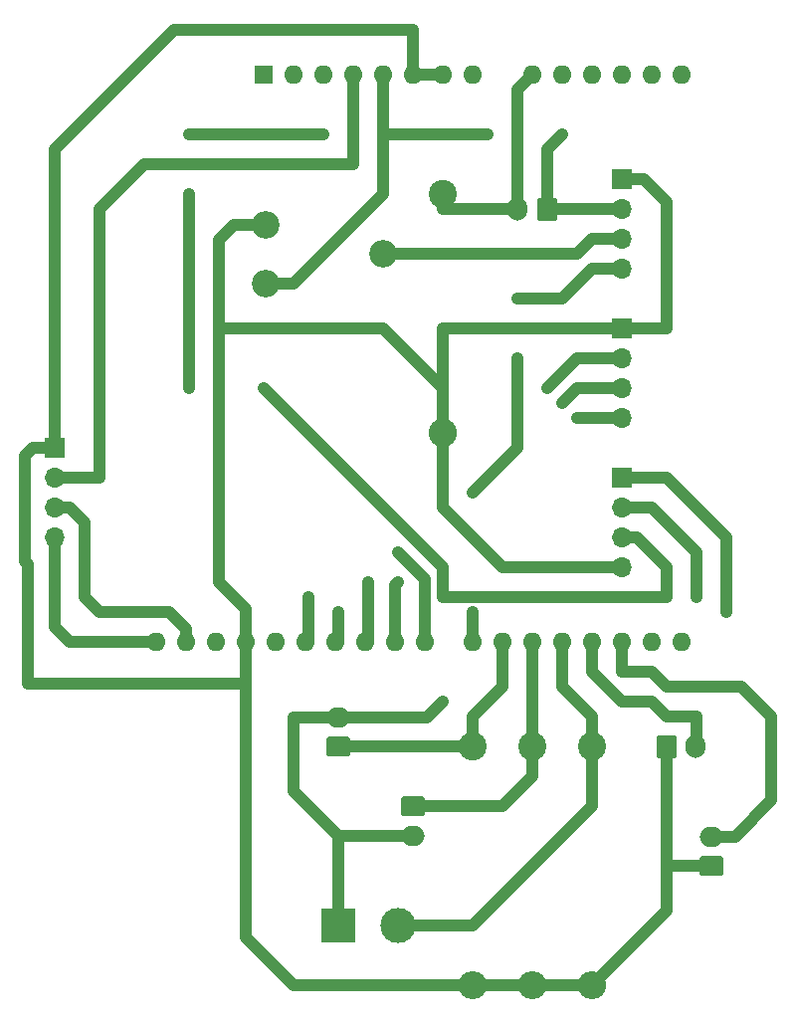
<source format=gbr>
G04 #@! TF.GenerationSoftware,KiCad,Pcbnew,(5.1.5)-3*
G04 #@! TF.CreationDate,2020-04-30T22:30:26+02:00*
G04 #@! TF.ProjectId,heating,68656174-696e-4672-9e6b-696361645f70,rev?*
G04 #@! TF.SameCoordinates,Original*
G04 #@! TF.FileFunction,Copper,L1,Top*
G04 #@! TF.FilePolarity,Positive*
%FSLAX46Y46*%
G04 Gerber Fmt 4.6, Leading zero omitted, Abs format (unit mm)*
G04 Created by KiCad (PCBNEW (5.1.5)-3) date 2020-04-30 22:30:26*
%MOMM*%
%LPD*%
G04 APERTURE LIST*
%ADD10O,1.600000X1.600000*%
%ADD11R,1.600000X1.600000*%
%ADD12O,2.000000X1.700000*%
%ADD13C,0.100000*%
%ADD14C,2.340000*%
%ADD15O,2.400000X2.400000*%
%ADD16C,2.400000*%
%ADD17O,1.700000X1.700000*%
%ADD18R,1.700000X1.700000*%
%ADD19O,1.700000X2.000000*%
%ADD20C,3.000000*%
%ADD21R,3.000000X3.000000*%
%ADD22C,0.800000*%
%ADD23C,1.000000*%
G04 APERTURE END LIST*
D10*
X172720000Y-101600000D03*
X175260000Y-101600000D03*
X135640000Y-101600000D03*
X175260000Y-53340000D03*
X138180000Y-101600000D03*
X172720000Y-53340000D03*
X140720000Y-101600000D03*
X170180000Y-53340000D03*
X143260000Y-101600000D03*
X167640000Y-53340000D03*
X145800000Y-101600000D03*
X165100000Y-53340000D03*
X148340000Y-101600000D03*
X162560000Y-53340000D03*
X150880000Y-101600000D03*
X157480000Y-53340000D03*
X153420000Y-101600000D03*
X154940000Y-53340000D03*
X157480000Y-101600000D03*
X152400000Y-53340000D03*
X160020000Y-101600000D03*
X149860000Y-53340000D03*
X162560000Y-101600000D03*
X147320000Y-53340000D03*
X165100000Y-101600000D03*
X144780000Y-53340000D03*
X167640000Y-101600000D03*
X142240000Y-53340000D03*
X170180000Y-101600000D03*
D11*
X139700000Y-53340000D03*
D10*
X133100000Y-101600000D03*
X130560000Y-101600000D03*
D12*
X152400000Y-118070000D03*
G04 #@! TA.AperFunction,ComponentPad*
D13*
G36*
X153174504Y-114721204D02*
G01*
X153198773Y-114724804D01*
X153222571Y-114730765D01*
X153245671Y-114739030D01*
X153267849Y-114749520D01*
X153288893Y-114762133D01*
X153308598Y-114776747D01*
X153326777Y-114793223D01*
X153343253Y-114811402D01*
X153357867Y-114831107D01*
X153370480Y-114852151D01*
X153380970Y-114874329D01*
X153389235Y-114897429D01*
X153395196Y-114921227D01*
X153398796Y-114945496D01*
X153400000Y-114970000D01*
X153400000Y-116170000D01*
X153398796Y-116194504D01*
X153395196Y-116218773D01*
X153389235Y-116242571D01*
X153380970Y-116265671D01*
X153370480Y-116287849D01*
X153357867Y-116308893D01*
X153343253Y-116328598D01*
X153326777Y-116346777D01*
X153308598Y-116363253D01*
X153288893Y-116377867D01*
X153267849Y-116390480D01*
X153245671Y-116400970D01*
X153222571Y-116409235D01*
X153198773Y-116415196D01*
X153174504Y-116418796D01*
X153150000Y-116420000D01*
X151650000Y-116420000D01*
X151625496Y-116418796D01*
X151601227Y-116415196D01*
X151577429Y-116409235D01*
X151554329Y-116400970D01*
X151532151Y-116390480D01*
X151511107Y-116377867D01*
X151491402Y-116363253D01*
X151473223Y-116346777D01*
X151456747Y-116328598D01*
X151442133Y-116308893D01*
X151429520Y-116287849D01*
X151419030Y-116265671D01*
X151410765Y-116242571D01*
X151404804Y-116218773D01*
X151401204Y-116194504D01*
X151400000Y-116170000D01*
X151400000Y-114970000D01*
X151401204Y-114945496D01*
X151404804Y-114921227D01*
X151410765Y-114897429D01*
X151419030Y-114874329D01*
X151429520Y-114852151D01*
X151442133Y-114831107D01*
X151456747Y-114811402D01*
X151473223Y-114793223D01*
X151491402Y-114776747D01*
X151511107Y-114762133D01*
X151532151Y-114749520D01*
X151554329Y-114739030D01*
X151577429Y-114730765D01*
X151601227Y-114724804D01*
X151625496Y-114721204D01*
X151650000Y-114720000D01*
X153150000Y-114720000D01*
X153174504Y-114721204D01*
G37*
G04 #@! TD.AperFunction*
D14*
X139860000Y-71080000D03*
X149860000Y-68580000D03*
X139860000Y-66080000D03*
D15*
X157480000Y-130810000D03*
D16*
X157480000Y-110490000D03*
D15*
X162560000Y-130810000D03*
D16*
X162560000Y-110490000D03*
D15*
X167640000Y-130810000D03*
D16*
X167640000Y-110490000D03*
D15*
X154940000Y-83820000D03*
D16*
X154940000Y-63500000D03*
D17*
X170180000Y-95250000D03*
X170180000Y-92710000D03*
X170180000Y-90170000D03*
D18*
X170180000Y-87630000D03*
D17*
X121920000Y-92710000D03*
X121920000Y-90170000D03*
X121920000Y-87630000D03*
D18*
X121920000Y-85090000D03*
D12*
X146050000Y-107990000D03*
G04 #@! TA.AperFunction,ComponentPad*
D13*
G36*
X146824504Y-109641204D02*
G01*
X146848773Y-109644804D01*
X146872571Y-109650765D01*
X146895671Y-109659030D01*
X146917849Y-109669520D01*
X146938893Y-109682133D01*
X146958598Y-109696747D01*
X146976777Y-109713223D01*
X146993253Y-109731402D01*
X147007867Y-109751107D01*
X147020480Y-109772151D01*
X147030970Y-109794329D01*
X147039235Y-109817429D01*
X147045196Y-109841227D01*
X147048796Y-109865496D01*
X147050000Y-109890000D01*
X147050000Y-111090000D01*
X147048796Y-111114504D01*
X147045196Y-111138773D01*
X147039235Y-111162571D01*
X147030970Y-111185671D01*
X147020480Y-111207849D01*
X147007867Y-111228893D01*
X146993253Y-111248598D01*
X146976777Y-111266777D01*
X146958598Y-111283253D01*
X146938893Y-111297867D01*
X146917849Y-111310480D01*
X146895671Y-111320970D01*
X146872571Y-111329235D01*
X146848773Y-111335196D01*
X146824504Y-111338796D01*
X146800000Y-111340000D01*
X145300000Y-111340000D01*
X145275496Y-111338796D01*
X145251227Y-111335196D01*
X145227429Y-111329235D01*
X145204329Y-111320970D01*
X145182151Y-111310480D01*
X145161107Y-111297867D01*
X145141402Y-111283253D01*
X145123223Y-111266777D01*
X145106747Y-111248598D01*
X145092133Y-111228893D01*
X145079520Y-111207849D01*
X145069030Y-111185671D01*
X145060765Y-111162571D01*
X145054804Y-111138773D01*
X145051204Y-111114504D01*
X145050000Y-111090000D01*
X145050000Y-109890000D01*
X145051204Y-109865496D01*
X145054804Y-109841227D01*
X145060765Y-109817429D01*
X145069030Y-109794329D01*
X145079520Y-109772151D01*
X145092133Y-109751107D01*
X145106747Y-109731402D01*
X145123223Y-109713223D01*
X145141402Y-109696747D01*
X145161107Y-109682133D01*
X145182151Y-109669520D01*
X145204329Y-109659030D01*
X145227429Y-109650765D01*
X145251227Y-109644804D01*
X145275496Y-109641204D01*
X145300000Y-109640000D01*
X146800000Y-109640000D01*
X146824504Y-109641204D01*
G37*
G04 #@! TD.AperFunction*
D19*
X176490000Y-110490000D03*
G04 #@! TA.AperFunction,ComponentPad*
D13*
G36*
X174614504Y-109491204D02*
G01*
X174638773Y-109494804D01*
X174662571Y-109500765D01*
X174685671Y-109509030D01*
X174707849Y-109519520D01*
X174728893Y-109532133D01*
X174748598Y-109546747D01*
X174766777Y-109563223D01*
X174783253Y-109581402D01*
X174797867Y-109601107D01*
X174810480Y-109622151D01*
X174820970Y-109644329D01*
X174829235Y-109667429D01*
X174835196Y-109691227D01*
X174838796Y-109715496D01*
X174840000Y-109740000D01*
X174840000Y-111240000D01*
X174838796Y-111264504D01*
X174835196Y-111288773D01*
X174829235Y-111312571D01*
X174820970Y-111335671D01*
X174810480Y-111357849D01*
X174797867Y-111378893D01*
X174783253Y-111398598D01*
X174766777Y-111416777D01*
X174748598Y-111433253D01*
X174728893Y-111447867D01*
X174707849Y-111460480D01*
X174685671Y-111470970D01*
X174662571Y-111479235D01*
X174638773Y-111485196D01*
X174614504Y-111488796D01*
X174590000Y-111490000D01*
X173390000Y-111490000D01*
X173365496Y-111488796D01*
X173341227Y-111485196D01*
X173317429Y-111479235D01*
X173294329Y-111470970D01*
X173272151Y-111460480D01*
X173251107Y-111447867D01*
X173231402Y-111433253D01*
X173213223Y-111416777D01*
X173196747Y-111398598D01*
X173182133Y-111378893D01*
X173169520Y-111357849D01*
X173159030Y-111335671D01*
X173150765Y-111312571D01*
X173144804Y-111288773D01*
X173141204Y-111264504D01*
X173140000Y-111240000D01*
X173140000Y-109740000D01*
X173141204Y-109715496D01*
X173144804Y-109691227D01*
X173150765Y-109667429D01*
X173159030Y-109644329D01*
X173169520Y-109622151D01*
X173182133Y-109601107D01*
X173196747Y-109581402D01*
X173213223Y-109563223D01*
X173231402Y-109546747D01*
X173251107Y-109532133D01*
X173272151Y-109519520D01*
X173294329Y-109509030D01*
X173317429Y-109500765D01*
X173341227Y-109494804D01*
X173365496Y-109491204D01*
X173390000Y-109490000D01*
X174590000Y-109490000D01*
X174614504Y-109491204D01*
G37*
G04 #@! TD.AperFunction*
D12*
X177800000Y-118150000D03*
G04 #@! TA.AperFunction,ComponentPad*
D13*
G36*
X178574504Y-119801204D02*
G01*
X178598773Y-119804804D01*
X178622571Y-119810765D01*
X178645671Y-119819030D01*
X178667849Y-119829520D01*
X178688893Y-119842133D01*
X178708598Y-119856747D01*
X178726777Y-119873223D01*
X178743253Y-119891402D01*
X178757867Y-119911107D01*
X178770480Y-119932151D01*
X178780970Y-119954329D01*
X178789235Y-119977429D01*
X178795196Y-120001227D01*
X178798796Y-120025496D01*
X178800000Y-120050000D01*
X178800000Y-121250000D01*
X178798796Y-121274504D01*
X178795196Y-121298773D01*
X178789235Y-121322571D01*
X178780970Y-121345671D01*
X178770480Y-121367849D01*
X178757867Y-121388893D01*
X178743253Y-121408598D01*
X178726777Y-121426777D01*
X178708598Y-121443253D01*
X178688893Y-121457867D01*
X178667849Y-121470480D01*
X178645671Y-121480970D01*
X178622571Y-121489235D01*
X178598773Y-121495196D01*
X178574504Y-121498796D01*
X178550000Y-121500000D01*
X177050000Y-121500000D01*
X177025496Y-121498796D01*
X177001227Y-121495196D01*
X176977429Y-121489235D01*
X176954329Y-121480970D01*
X176932151Y-121470480D01*
X176911107Y-121457867D01*
X176891402Y-121443253D01*
X176873223Y-121426777D01*
X176856747Y-121408598D01*
X176842133Y-121388893D01*
X176829520Y-121367849D01*
X176819030Y-121345671D01*
X176810765Y-121322571D01*
X176804804Y-121298773D01*
X176801204Y-121274504D01*
X176800000Y-121250000D01*
X176800000Y-120050000D01*
X176801204Y-120025496D01*
X176804804Y-120001227D01*
X176810765Y-119977429D01*
X176819030Y-119954329D01*
X176829520Y-119932151D01*
X176842133Y-119911107D01*
X176856747Y-119891402D01*
X176873223Y-119873223D01*
X176891402Y-119856747D01*
X176911107Y-119842133D01*
X176932151Y-119829520D01*
X176954329Y-119819030D01*
X176977429Y-119810765D01*
X177001227Y-119804804D01*
X177025496Y-119801204D01*
X177050000Y-119800000D01*
X178550000Y-119800000D01*
X178574504Y-119801204D01*
G37*
G04 #@! TD.AperFunction*
D20*
X151130000Y-125730000D03*
D21*
X146050000Y-125730000D03*
D17*
X170180000Y-82550000D03*
X170180000Y-80010000D03*
X170180000Y-77470000D03*
D18*
X170180000Y-74930000D03*
D17*
X170180000Y-69850000D03*
X170180000Y-67310000D03*
X170180000Y-64770000D03*
D18*
X170180000Y-62230000D03*
D19*
X161330000Y-64770000D03*
G04 #@! TA.AperFunction,ComponentPad*
D13*
G36*
X164454504Y-63771204D02*
G01*
X164478773Y-63774804D01*
X164502571Y-63780765D01*
X164525671Y-63789030D01*
X164547849Y-63799520D01*
X164568893Y-63812133D01*
X164588598Y-63826747D01*
X164606777Y-63843223D01*
X164623253Y-63861402D01*
X164637867Y-63881107D01*
X164650480Y-63902151D01*
X164660970Y-63924329D01*
X164669235Y-63947429D01*
X164675196Y-63971227D01*
X164678796Y-63995496D01*
X164680000Y-64020000D01*
X164680000Y-65520000D01*
X164678796Y-65544504D01*
X164675196Y-65568773D01*
X164669235Y-65592571D01*
X164660970Y-65615671D01*
X164650480Y-65637849D01*
X164637867Y-65658893D01*
X164623253Y-65678598D01*
X164606777Y-65696777D01*
X164588598Y-65713253D01*
X164568893Y-65727867D01*
X164547849Y-65740480D01*
X164525671Y-65750970D01*
X164502571Y-65759235D01*
X164478773Y-65765196D01*
X164454504Y-65768796D01*
X164430000Y-65770000D01*
X163230000Y-65770000D01*
X163205496Y-65768796D01*
X163181227Y-65765196D01*
X163157429Y-65759235D01*
X163134329Y-65750970D01*
X163112151Y-65740480D01*
X163091107Y-65727867D01*
X163071402Y-65713253D01*
X163053223Y-65696777D01*
X163036747Y-65678598D01*
X163022133Y-65658893D01*
X163009520Y-65637849D01*
X162999030Y-65615671D01*
X162990765Y-65592571D01*
X162984804Y-65568773D01*
X162981204Y-65544504D01*
X162980000Y-65520000D01*
X162980000Y-64020000D01*
X162981204Y-63995496D01*
X162984804Y-63971227D01*
X162990765Y-63947429D01*
X162999030Y-63924329D01*
X163009520Y-63902151D01*
X163022133Y-63881107D01*
X163036747Y-63861402D01*
X163053223Y-63843223D01*
X163071402Y-63826747D01*
X163091107Y-63812133D01*
X163112151Y-63799520D01*
X163134329Y-63789030D01*
X163157429Y-63780765D01*
X163181227Y-63774804D01*
X163205496Y-63771204D01*
X163230000Y-63770000D01*
X164430000Y-63770000D01*
X164454504Y-63771204D01*
G37*
G04 #@! TD.AperFunction*
D22*
X143510000Y-97790000D03*
X146050000Y-99060000D03*
X148590000Y-96520000D03*
X151130000Y-96520000D03*
X151130000Y-93980000D03*
X157480000Y-99060000D03*
X161290000Y-77470000D03*
X133350000Y-80010000D03*
X144780000Y-58420000D03*
X133350000Y-58420000D03*
X176530000Y-97790000D03*
X179070000Y-99060000D03*
X166370000Y-82550000D03*
X165100000Y-81280000D03*
X163830000Y-80010000D03*
X161290000Y-72390000D03*
X157480000Y-88900000D03*
X165100000Y-58420000D03*
X158750000Y-58420000D03*
X154940000Y-97790000D03*
X154940000Y-106680000D03*
X139700000Y-80010000D03*
X149860000Y-58420000D03*
X133350000Y-63500000D03*
D23*
X133350000Y-80010000D02*
X133350000Y-80010000D01*
X133350000Y-80010000D02*
X133350000Y-63500000D01*
X167640000Y-130810000D02*
X162560000Y-130810000D01*
X157480000Y-130810000D02*
X162560000Y-130810000D01*
X120070000Y-85090000D02*
X119380000Y-85780000D01*
X138180000Y-105160000D02*
X138180000Y-101600000D01*
X121920000Y-85090000D02*
X120070000Y-85090000D01*
X138180000Y-105160000D02*
X119630000Y-105160000D01*
X119380000Y-94750000D02*
X119380000Y-85780000D01*
X119630000Y-95000000D02*
X119380000Y-94750000D01*
X119630000Y-105160000D02*
X119630000Y-95000000D01*
X138180000Y-105160000D02*
X138180000Y-126750000D01*
X142240000Y-130810000D02*
X157480000Y-130810000D01*
X138180000Y-126750000D02*
X142240000Y-130810000D01*
X139860000Y-66080000D02*
X137200000Y-66080000D01*
X137200000Y-66080000D02*
X135890000Y-67390000D01*
X138180000Y-98810000D02*
X138180000Y-101600000D01*
X135890000Y-96520000D02*
X138180000Y-98810000D01*
X152400000Y-53340000D02*
X154940000Y-53340000D01*
X121920000Y-59690000D02*
X121920000Y-85090000D01*
X132080000Y-49530000D02*
X121920000Y-59690000D01*
X152400000Y-53340000D02*
X152400000Y-49530000D01*
X152400000Y-49530000D02*
X132080000Y-49530000D01*
X154940000Y-83820000D02*
X154940000Y-80010000D01*
X154940000Y-80010000D02*
X149860000Y-74930000D01*
X135890000Y-67390000D02*
X135890000Y-74930000D01*
X149860000Y-74930000D02*
X135890000Y-74930000D01*
X135890000Y-74930000D02*
X135890000Y-96520000D01*
X154940000Y-80010000D02*
X154940000Y-74930000D01*
X154940000Y-74930000D02*
X170180000Y-74930000D01*
X172030000Y-62230000D02*
X170180000Y-62230000D01*
X173990000Y-74930000D02*
X173990000Y-64190000D01*
X173990000Y-64190000D02*
X172030000Y-62230000D01*
X170180000Y-74930000D02*
X173990000Y-74930000D01*
X154940000Y-83820000D02*
X154940000Y-90170000D01*
X160020000Y-95250000D02*
X170180000Y-95250000D01*
X154940000Y-90170000D02*
X160020000Y-95250000D01*
X173990000Y-124460000D02*
X167640000Y-130810000D01*
X173990000Y-110490000D02*
X173990000Y-120650000D01*
X177800000Y-120650000D02*
X173990000Y-120650000D01*
X173990000Y-120650000D02*
X173990000Y-124460000D01*
X170180000Y-90170000D02*
X172720000Y-90170000D01*
X172720000Y-90170000D02*
X176530000Y-93980000D01*
X176530000Y-93980000D02*
X176530000Y-97790000D01*
X176530000Y-97790000D02*
X176530000Y-97790000D01*
X143510000Y-101350000D02*
X143260000Y-101600000D01*
X143510000Y-97790000D02*
X143510000Y-101350000D01*
X179070000Y-99060000D02*
X179070000Y-99060000D01*
X146050000Y-101350000D02*
X145800000Y-101600000D01*
X146050000Y-99060000D02*
X146050000Y-101350000D01*
X172030000Y-87630000D02*
X170180000Y-87630000D01*
X173990000Y-87630000D02*
X172030000Y-87630000D01*
X179070000Y-99060000D02*
X179070000Y-92710000D01*
X179070000Y-92710000D02*
X173990000Y-87630000D01*
X170180000Y-82550000D02*
X166370000Y-82550000D01*
X166370000Y-82550000D02*
X166370000Y-82550000D01*
X148590000Y-101350000D02*
X148340000Y-101600000D01*
X148590000Y-96520000D02*
X148590000Y-101350000D01*
X154940000Y-63500000D02*
X154940000Y-64770000D01*
X154940000Y-64770000D02*
X161330000Y-64770000D01*
X161330000Y-54570000D02*
X162560000Y-53340000D01*
X161330000Y-64770000D02*
X161330000Y-54570000D01*
X170180000Y-80010000D02*
X166370000Y-80010000D01*
X166370000Y-80010000D02*
X165100000Y-81280000D01*
X165100000Y-81280000D02*
X165100000Y-81280000D01*
X150880000Y-96770000D02*
X151130000Y-96520000D01*
X150880000Y-101600000D02*
X150880000Y-96770000D01*
X170180000Y-77470000D02*
X166370000Y-77470000D01*
X166370000Y-77470000D02*
X163830000Y-80010000D01*
X163830000Y-80010000D02*
X163830000Y-80010000D01*
X153420000Y-96270000D02*
X151130000Y-93980000D01*
X153420000Y-101600000D02*
X153420000Y-96270000D01*
X170180000Y-69850000D02*
X167640000Y-69850000D01*
X167640000Y-69850000D02*
X165100000Y-72390000D01*
X165100000Y-72390000D02*
X161290000Y-72390000D01*
X161290000Y-72390000D02*
X161290000Y-72390000D01*
X161290000Y-77470000D02*
X161290000Y-85090000D01*
X161290000Y-85090000D02*
X157480000Y-88900000D01*
X157480000Y-88900000D02*
X157480000Y-88900000D01*
X157480000Y-99060000D02*
X157480000Y-101600000D01*
X160020000Y-101600000D02*
X160020000Y-105410000D01*
X160020000Y-105410000D02*
X157480000Y-107950000D01*
X157480000Y-107950000D02*
X157480000Y-110490000D01*
X157480000Y-110490000D02*
X146050000Y-110490000D01*
X163830000Y-64770000D02*
X170180000Y-64770000D01*
X139860000Y-71080000D02*
X142280000Y-71080000D01*
X142280000Y-71080000D02*
X149860000Y-63500000D01*
X163830000Y-64770000D02*
X163830000Y-59690000D01*
X163830000Y-59690000D02*
X165100000Y-58420000D01*
X165100000Y-58420000D02*
X165100000Y-58420000D01*
X149860000Y-58420000D02*
X149860000Y-58420000D01*
X149860000Y-58420000D02*
X149860000Y-53340000D01*
X149860000Y-63500000D02*
X149860000Y-58420000D01*
X157480000Y-58420000D02*
X158750000Y-58420000D01*
X158750000Y-58420000D02*
X158750000Y-58420000D01*
X152206480Y-118070000D02*
X152166480Y-118110000D01*
X152400000Y-118070000D02*
X152206480Y-118070000D01*
X152400000Y-118070000D02*
X146090000Y-118070000D01*
X146050000Y-118110000D02*
X146050000Y-125730000D01*
X146090000Y-118070000D02*
X146050000Y-118110000D01*
X146050000Y-107990000D02*
X142280000Y-107990000D01*
X142280000Y-107990000D02*
X142240000Y-108030000D01*
X142240000Y-114300000D02*
X146050000Y-118110000D01*
X142240000Y-108030000D02*
X142240000Y-114300000D01*
X170180000Y-92710000D02*
X171450000Y-92710000D01*
X171450000Y-92710000D02*
X173990000Y-95250000D01*
X173990000Y-95250000D02*
X173990000Y-97790000D01*
X173990000Y-97790000D02*
X154940000Y-97790000D01*
X146050000Y-107990000D02*
X153630000Y-107990000D01*
X153630000Y-107990000D02*
X154940000Y-106680000D01*
X154940000Y-97790000D02*
X154940000Y-97790000D01*
X154940000Y-106680000D02*
X154940000Y-106680000D01*
X154940000Y-97790000D02*
X154940000Y-95250000D01*
X154940000Y-95250000D02*
X139700000Y-80010000D01*
X139700000Y-80010000D02*
X139700000Y-80010000D01*
X149860000Y-58420000D02*
X157480000Y-58420000D01*
X133350000Y-63500000D02*
X133350000Y-63500000D01*
X144780000Y-58420000D02*
X133350000Y-58420000D01*
X162560000Y-101600000D02*
X162560000Y-110490000D01*
X162560000Y-110490000D02*
X162560000Y-113030000D01*
X162560000Y-113030000D02*
X160020000Y-115570000D01*
X160020000Y-115570000D02*
X152400000Y-115570000D01*
X125730000Y-64770000D02*
X125730000Y-87630000D01*
X147320000Y-53340000D02*
X147320000Y-60960000D01*
X125730000Y-87630000D02*
X121920000Y-87630000D01*
X129540000Y-60960000D02*
X125730000Y-64770000D01*
X147320000Y-60960000D02*
X129540000Y-60960000D01*
X165100000Y-101600000D02*
X165100000Y-105410000D01*
X167640000Y-107950000D02*
X167640000Y-110490000D01*
X165100000Y-105410000D02*
X167640000Y-107950000D01*
X167640000Y-110490000D02*
X167640000Y-115570000D01*
X167640000Y-115570000D02*
X157480000Y-125730000D01*
X157480000Y-125730000D02*
X151130000Y-125730000D01*
X176490000Y-110296480D02*
X176530000Y-110256480D01*
X176490000Y-110490000D02*
X176490000Y-110296480D01*
X176530000Y-110256480D02*
X176530000Y-107950000D01*
X173990000Y-107950000D02*
X172720000Y-106680000D01*
X176530000Y-107950000D02*
X173990000Y-107950000D01*
X172720000Y-106680000D02*
X170180000Y-106680000D01*
X167640000Y-104140000D02*
X167640000Y-101600000D01*
X170180000Y-106680000D02*
X167640000Y-104140000D01*
X179800000Y-118150000D02*
X182880000Y-115070000D01*
X177800000Y-118150000D02*
X179800000Y-118150000D01*
X182880000Y-107950000D02*
X180340000Y-105410000D01*
X180340000Y-105410000D02*
X173990000Y-105410000D01*
X173990000Y-105410000D02*
X172720000Y-104140000D01*
X172720000Y-104140000D02*
X170180000Y-104140000D01*
X170180000Y-104140000D02*
X170180000Y-101600000D01*
X182880000Y-107950000D02*
X182880000Y-115070000D01*
X133100000Y-100468630D02*
X131691370Y-99060000D01*
X123190000Y-90170000D02*
X121920000Y-90170000D01*
X133100000Y-101600000D02*
X133100000Y-100468630D01*
X124460000Y-97790000D02*
X124460000Y-91440000D01*
X131691370Y-99060000D02*
X125730000Y-99060000D01*
X124460000Y-91440000D02*
X123190000Y-90170000D01*
X125730000Y-99060000D02*
X124460000Y-97790000D01*
X121920000Y-92710000D02*
X121920000Y-100330000D01*
X123190000Y-101600000D02*
X130560000Y-101600000D01*
X121920000Y-100330000D02*
X123190000Y-101600000D01*
X170180000Y-67310000D02*
X167640000Y-67310000D01*
X167640000Y-67310000D02*
X166370000Y-68580000D01*
X166370000Y-68580000D02*
X149860000Y-68580000D01*
M02*

</source>
